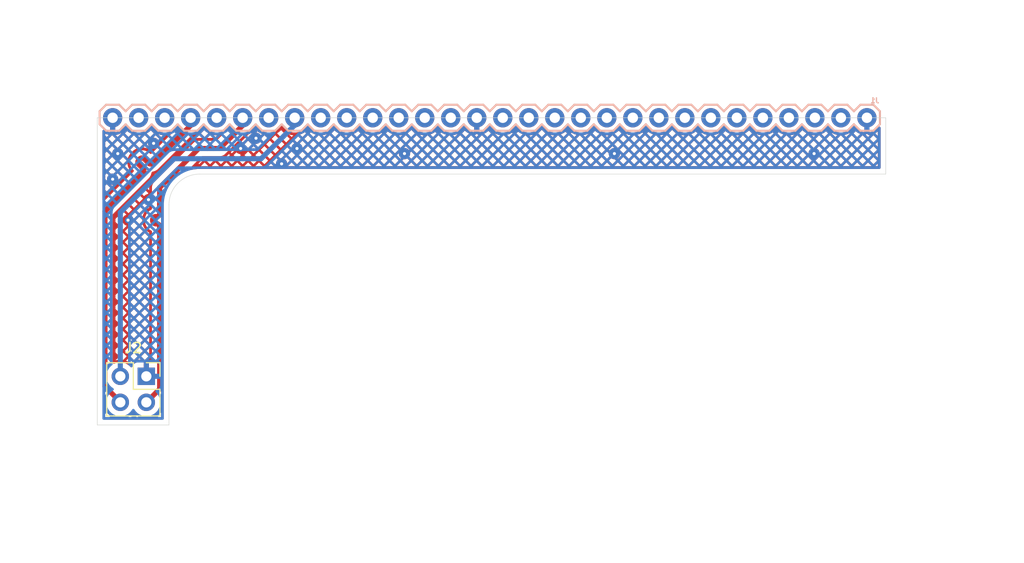
<source format=kicad_pcb>
(kicad_pcb (version 20241229) (generator "pcbnew") (generator_version "9.0")
  (layers (0 "F.Cu" signal) (2 "B.Cu" signal) (13 "F.Paste" user) (15 "B.Paste" user) (5 "F.SilkS" user "F.Silkscreen") (7 "B.SilkS" user "B.Silkscreen") (1 "F.Mask" user) (3 "B.Mask" user) (25 "Edge.Cuts" user))
  (net 0 "")
  (net 4 "GND")
  (net 5 "D+")
  (net 6 "5V")
  (net 7 "D-")
  (footprint "Connector_PinSocket_2.54mm:PinSocket_2x02_P2.54mm_Vertical" (layer "F.Cu") (at 54.29 106.75)
    (property "Reference" "J2" (at -1.27 -2.77 0) (layer "F.SilkS"))
    (property "Value" "Conn_01x04_Pin")
    (fp_line (start -3.87 -1.33) (end -3.87 3.87) (stroke (width 0.12)) (layer "F.SilkS"))
    (fp_line (start -3.87 -1.33) (end -1.27 -1.33) (stroke (width 0.12)) (layer "F.SilkS"))
    (fp_line (start -3.87 3.87) (end 1.33 3.87) (stroke (width 0.12)) (layer "F.SilkS"))
    (fp_line (start -1.27 -1.33) (end -1.27 1.27) (stroke (width 0.12)) (layer "F.SilkS"))
    (fp_line (start -1.27 1.27) (end 1.33 1.27) (stroke (width 0.12)) (layer "F.SilkS"))
    (fp_line (start 0 -1.33) (end 1.33 -1.33) (stroke (width 0.12)) (layer "F.SilkS"))
    (fp_line (start 1.33 -1.33) (end 1.33 0) (stroke (width 0.12)) (layer "F.SilkS"))
    (fp_line (start 1.33 1.27) (end 1.33 3.87) (stroke (width 0.12)) (layer "F.SilkS"))
    (pad "1" thru_hole rect (at 0 0) (size 1.7 1.7) (drill 1) (layers "*.Cu" "*.Mask") (net 4 "GND"))
    (pad "2" thru_hole circle (at -2.54 0) (size 1.7 1.7) (drill 1) (layers "*.Cu" "*.Mask") (net 6 "5V"))
    (pad "3" thru_hole circle (at 0 2.54) (size 1.7 1.7) (drill 1) (layers "*.Cu" "*.Mask") (net 7 "D-"))
    (pad "4" thru_hole circle (at -2.54 2.54) (size 1.7 1.7) (drill 1) (layers "*.Cu" "*.Mask") (net 5 "D+"))
  )
  (footprint "SparkFun-Connectors:1X30" (layer "B.Cu") (at 124.66 81.5 180)
    (property "Reference" "J1" (at -1.27 1.397 0) (layer "B.SilkS") (effects (font (size 0.48768 0.48768) (thickness 0.12192)) (justify left bottom mirror)))
    (property "Value" "Conn_01x30_MountingPin")
    (fp_line (start 74.93 0.635) (end 74.93 -0.635) (stroke (width 0.2032)) (layer "B.SilkS"))
    (fp_line (start 74.93 -0.635) (end 74.295 -1.27) (stroke (width 0.2032)) (layer "B.SilkS"))
    (fp_line (start 74.295 1.27) (end 74.93 0.635) (stroke (width 0.2032)) (layer "B.SilkS"))
    (fp_line (start 74.295 -1.27) (end 73.025 -1.27) (stroke (width 0.2032)) (layer "B.SilkS"))
    (fp_line (start 73.025 1.27) (end 74.295 1.27) (stroke (width 0.2032)) (layer "B.SilkS"))
    (fp_line (start 73.025 1.27) (end 72.39 0.635) (stroke (width 0.2032)) (layer "B.SilkS"))
    (fp_line (start 72.39 -0.635) (end 73.025 -1.27) (stroke (width 0.2032)) (layer "B.SilkS"))
    (fp_line (start 72.39 -0.635) (end 71.755 -1.27) (stroke (width 0.2032)) (layer "B.SilkS"))
    (fp_line (start 71.755 1.27) (end 72.39 0.635) (stroke (width 0.2032)) (layer "B.SilkS"))
    (fp_line (start 71.755 -1.27) (end 70.485 -1.27) (stroke (width 0.2032)) (layer "B.SilkS"))
    (fp_line (start 70.485 1.27) (end 71.755 1.27) (stroke (width 0.2032)) (layer "B.SilkS"))
    (fp_line (start 70.485 1.27) (end 69.85 0.635) (stroke (width 0.2032)) (layer "B.SilkS"))
    (fp_line (start 69.85 -0.635) (end 70.485 -1.27) (stroke (width 0.2032)) (layer "B.SilkS"))
    (fp_line (start 69.85 -0.635) (end 69.215 -1.27) (stroke (width 0.2032)) (layer "B.SilkS"))
    (fp_line (start 69.215 1.27) (end 69.85 0.635) (stroke (width 0.2032)) (layer "B.SilkS"))
    (fp_line (start 69.215 -1.27) (end 67.945 -1.27) (stroke (width 0.2032)) (layer "B.SilkS"))
    (fp_line (start 67.945 1.27) (end 69.215 1.27) (stroke (width 0.2032)) (layer "B.SilkS"))
    (fp_line (start 67.31 0.635) (end 67.945 1.27) (stroke (width 0.2032)) (layer "B.SilkS"))
    (fp_line (start 67.31 -0.635) (end 67.945 -1.27) (stroke (width 0.2032)) (layer "B.SilkS"))
    (fp_line (start 67.31 -0.635) (end 66.675 -1.27) (stroke (width 0.2032)) (layer "B.SilkS"))
    (fp_line (start 66.675 1.27) (end 67.31 0.635) (stroke (width 0.2032)) (layer "B.SilkS"))
    (fp_line (start 66.675 -1.27) (end 65.405 -1.27) (stroke (width 0.2032)) (layer "B.SilkS"))
    (fp_line (start 65.405 1.27) (end 66.675 1.27) (stroke (width 0.2032)) (layer "B.SilkS"))
    (fp_line (start 65.405 1.27) (end 64.77 0.635) (stroke (width 0.2032)) (layer "B.SilkS"))
    (fp_line (start 64.77 -0.635) (end 65.405 -1.27) (stroke (width 0.2032)) (layer "B.SilkS"))
    (fp_line (start 64.77 -0.635) (end 64.135 -1.27) (stroke (width 0.2032)) (layer "B.SilkS"))
    (fp_line (start 64.135 1.27) (end 64.77 0.635) (stroke (width 0.2032)) (layer "B.SilkS"))
    (fp_line (start 64.135 -1.27) (end 62.865 -1.27) (stroke (width 0.2032)) (layer "B.SilkS"))
    (fp_line (start 62.865 1.27) (end 64.135 1.27) (stroke (width 0.2032)) (layer "B.SilkS"))
    (fp_line (start 62.23 0.635) (end 62.865 1.27) (stroke (width 0.2032)) (layer "B.SilkS"))
    (fp_line (start 62.23 -0.635) (end 62.865 -1.27) (stroke (width 0.2032)) (layer "B.SilkS"))
    (fp_line (start 62.23 -0.635) (end 61.595 -1.27) (stroke (width 0.2032)) (layer "B.SilkS"))
    (fp_line (start 61.595 1.27) (end 62.23 0.635) (stroke (width 0.2032)) (layer "B.SilkS"))
    (fp_line (start 61.595 -1.27) (end 60.325 -1.27) (stroke (width 0.2032)) (layer "B.SilkS"))
    (fp_line (start 60.325 1.27) (end 61.595 1.27) (stroke (width 0.2032)) (layer "B.SilkS"))
    (fp_line (start 60.325 1.27) (end 59.69 0.635) (stroke (width 0.2032)) (layer "B.SilkS"))
    (fp_line (start 59.69 -0.635) (end 60.325 -1.27) (stroke (width 0.2032)) (layer "B.SilkS"))
    (fp_line (start 59.69 -0.635) (end 59.055 -1.27) (stroke (width 0.2032)) (layer "B.SilkS"))
    (fp_line (start 59.055 1.27) (end 59.69 0.635) (stroke (width 0.2032)) (layer "B.SilkS"))
    (fp_line (start 59.055 -1.27) (end 57.785 -1.27) (stroke (width 0.2032)) (layer "B.SilkS"))
    (fp_line (start 57.785 1.27) (end 59.055 1.27) (stroke (width 0.2032)) (layer "B.SilkS"))
    (fp_line (start 57.15 0.635) (end 57.785 1.27) (stroke (width 0.2032)) (layer "B.SilkS"))
    (fp_line (start 57.15 -0.635) (end 57.785 -1.27) (stroke (width 0.2032)) (layer "B.SilkS"))
    (fp_line (start 57.15 -0.635) (end 56.515 -1.27) (stroke (width 0.2032)) (layer "B.SilkS"))
    (fp_line (start 56.515 1.27) (end 57.15 0.635) (stroke (width 0.2032)) (layer "B.SilkS"))
    (fp_line (start 56.515 -1.27) (end 55.245 -1.27) (stroke (width 0.2032)) (layer "B.SilkS"))
    (fp_line (start 55.245 1.27) (end 56.515 1.27) (stroke (width 0.2032)) (layer "B.SilkS"))
    (fp_line (start 55.245 1.27) (end 54.61 0.635) (stroke (width 0.2032)) (layer "B.SilkS"))
    (fp_line (start 54.61 -0.635) (end 55.245 -1.27) (stroke (width 0.2032)) (layer "B.SilkS"))
    (fp_line (start 54.61 -0.635) (end 53.975 -1.27) (stroke (width 0.2032)) (layer "B.SilkS"))
    (fp_line (start 53.975 1.27) (end 54.61 0.635) (stroke (width 0.2032)) (layer "B.SilkS"))
    (fp_line (start 53.975 -1.27) (end 52.705 -1.27) (stroke (width 0.2032)) (layer "B.SilkS"))
    (fp_line (start 52.705 1.27) (end 53.975 1.27) (stroke (width 0.2032)) (layer "B.SilkS"))
    (fp_line (start 52.705 1.27) (end 52.07 0.635) (stroke (width 0.2032)) (layer "B.SilkS"))
    (fp_line (start 52.07 -0.635) (end 52.705 -1.27) (stroke (width 0.2032)) (layer "B.SilkS"))
    (fp_line (start 52.07 -0.635) (end 51.435 -1.27) (stroke (width 0.2032)) (layer "B.SilkS"))
    (fp_line (start 51.435 1.27) (end 52.07 0.635) (stroke (width 0.2032)) (layer "B.SilkS"))
    (fp_line (start 51.435 -1.27) (end 50.165 -1.27) (stroke (width 0.2032)) (layer "B.SilkS"))
    (fp_line (start 50.165 1.27) (end 51.435 1.27) (stroke (width 0.2032)) (layer "B.SilkS"))
    (fp_line (start 50.165 1.27) (end 49.53 0.635) (stroke (width 0.2032)) (layer "B.SilkS"))
    (fp_line (start 49.53 -0.635) (end 50.165 -1.27) (stroke (width 0.2032)) (layer "B.SilkS"))
    (fp_line (start 49.53 -0.635) (end 48.895 -1.27) (stroke (width 0.2032)) (layer "B.SilkS"))
    (fp_line (start 48.895 1.27) (end 49.53 0.635) (stroke (width 0.2032)) (layer "B.SilkS"))
    (fp_line (start 48.895 -1.27) (end 47.625 -1.27) (stroke (width 0.2032)) (layer "B.SilkS"))
    (fp_line (start 47.625 1.27) (end 48.895 1.27) (stroke (width 0.2032)) (layer "B.SilkS"))
    (fp_line (start 47.625 1.27) (end 46.99 0.635) (stroke (width 0.2032)) (layer "B.SilkS"))
    (fp_line (start 46.99 -0.635) (end 47.625 -1.27) (stroke (width 0.2032)) (layer "B.SilkS"))
    (fp_line (start 46.99 -0.635) (end 46.355 -1.27) (stroke (width 0.2032)) (layer "B.SilkS"))
    (fp_line (start 46.355 1.27) (end 46.99 0.635) (stroke (width 0.2032)) (layer "B.SilkS"))
    (fp_line (start 46.355 -1.27) (end 45.085 -1.27) (stroke (width 0.2032)) (layer "B.SilkS"))
    (fp_line (start 45.085 1.27) (end 46.355 1.27) (stroke (width 0.2032)) (layer "B.SilkS"))
    (fp_line (start 45.085 1.27) (end 44.45 0.635) (stroke (width 0.2032)) (layer "B.SilkS"))
    (fp_line (start 44.45 -0.635) (end 45.085 -1.27) (stroke (width 0.2032)) (layer "B.SilkS"))
    (fp_line (start 44.45 -0.635) (end 43.815 -1.27) (stroke (width 0.2032)) (layer "B.SilkS"))
    (fp_line (start 43.815 1.27) (end 44.45 0.635) (stroke (width 0.2032)) (layer "B.SilkS"))
    (fp_line (start 43.815 -1.27) (end 42.545 -1.27) (stroke (width 0.2032)) (layer "B.SilkS"))
    (fp_line (start 42.545 1.27) (end 43.815 1.27) (stroke (width 0.2032)) (layer "B.SilkS"))
    (fp_line (start 42.545 1.27) (end 41.91 0.635) (stroke (width 0.2032)) (layer "B.SilkS"))
    (fp_line (start 41.91 -0.635) (end 42.545 -1.27) (stroke (width 0.2032)) (layer "B.SilkS"))
    (fp_line (start 41.91 -0.635) (end 41.275 -1.27) (stroke (width 0.2032)) (layer "B.SilkS"))
    (fp_line (start 41.275 1.27) (end 41.91 0.635) (stroke (width 0.2032)) (layer "B.SilkS"))
    (fp_line (start 41.275 -1.27) (end 40.005 -1.27) (stroke (width 0.2032)) (layer "B.SilkS"))
    (fp_line (start 40.005 1.27) (end 41.275 1.27) (stroke (width 0.2032)) (layer "B.SilkS"))
    (fp_line (start 40.005 1.27) (end 39.37 0.635) (stroke (width 0.2032)) (layer "B.SilkS"))
    (fp_line (start 39.37 -0.635) (end 40.005 -1.27) (stroke (width 0.2032)) (layer "B.SilkS"))
    (fp_line (start 39.37 -0.635) (end 38.735 -1.27) (stroke (width 0.2032)) (layer "B.SilkS"))
    (fp_line (start 38.735 1.27) (end 39.37 0.635) (stroke (width 0.2032)) (layer "B.SilkS"))
    (fp_line (start 38.735 -1.27) (end 37.465 -1.27) (stroke (width 0.2032)) (layer "B.SilkS"))
    (fp_line (start 37.465 1.27) (end 38.735 1.27) (stroke (width 0.2032)) (layer "B.SilkS"))
    (fp_line (start 37.465 1.27) (end 36.83 0.635) (stroke (width 0.2032)) (layer "B.SilkS"))
    (fp_line (start 36.83 -0.635) (end 37.465 -1.27) (stroke (width 0.2032)) (layer "B.SilkS"))
    (fp_line (start 36.83 -0.635) (end 36.195 -1.27) (stroke (width 0.2032)) (layer "B.SilkS"))
    (fp_line (start 36.195 1.27) (end 36.83 0.635) (stroke (width 0.2032)) (layer "B.SilkS"))
    (fp_line (start 36.195 -1.27) (end 34.925 -1.27) (stroke (width 0.2032)) (layer "B.SilkS"))
    (fp_line (start 34.925 1.27) (end 36.195 1.27) (stroke (width 0.2032)) (layer "B.SilkS"))
    (fp_line (start 34.925 1.27) (end 34.29 0.635) (stroke (width 0.2032)) (layer "B.SilkS"))
    (fp_line (start 34.29 -0.635) (end 34.925 -1.27) (stroke (width 0.2032)) (layer "B.SilkS"))
    (fp_line (start 34.29 -0.635) (end 33.655 -1.27) (stroke (width 0.2032)) (layer "B.SilkS"))
    (fp_line (start 33.655 1.27) (end 34.29 0.635) (stroke (width 0.2032)) (layer "B.SilkS"))
    (fp_line (start 33.655 -1.27) (end 32.385 -1.27) (stroke (width 0.2032)) (layer "B.SilkS"))
    (fp_line (start 32.385 1.27) (end 33.655 1.27) (stroke (width 0.2032)) (layer "B.SilkS"))
    (fp_line (start 32.385 1.27) (end 31.75 0.635) (stroke (width 0.2032)) (layer "B.SilkS"))
    (fp_line (start 31.75 -0.635) (end 32.385 -1.27) (stroke (width 0.2032)) (layer "B.SilkS"))
    (fp_line (start 31.75 -0.635) (end 31.115 -1.27) (stroke (width 0.2032)) (layer "B.SilkS"))
    (fp_line (start 31.115 1.27) (end 31.75 0.635) (stroke (width 0.2032)) (layer "B.SilkS"))
    (fp_line (start 31.115 -1.27) (end 29.845 -1.27) (stroke (width 0.2032)) (layer "B.SilkS"))
    (fp_line (start 29.845 1.27) (end 31.115 1.27) (stroke (width 0.2032)) (layer "B.SilkS"))
    (fp_line (start 29.845 -1.27) (end 29.21 -0.635) (stroke (width 0.2032)) (layer "B.SilkS"))
    (fp_line (start 29.21 0.635) (end 29.845 1.27) (stroke (width 0.2032)) (layer "B.SilkS"))
    (fp_line (start 29.21 -0.635) (end 28.575 -1.27) (stroke (width 0.2032)) (layer "B.SilkS"))
    (fp_line (start 28.575 1.27) (end 29.21 0.635) (stroke (width 0.2032)) (layer "B.SilkS"))
    (fp_line (start 28.575 -1.27) (end 27.305 -1.27) (stroke (width 0.2032)) (layer "B.SilkS"))
    (fp_line (start 27.305 1.27) (end 28.575 1.27) (stroke (width 0.2032)) (layer "B.SilkS"))
    (fp_line (start 27.305 -1.27) (end 26.67 -0.635) (stroke (width 0.2032)) (layer "B.SilkS"))
    (fp_line (start 26.67 0.635) (end 27.305 1.27) (stroke (width 0.2032)) (layer "B.SilkS"))
    (fp_line (start 26.67 -0.635) (end 26.035 -1.27) (stroke (width 0.2032)) (layer "B.SilkS"))
    (fp_line (start 26.035 1.27) (end 26.67 0.635) (stroke (width 0.2032)) (layer "B.SilkS"))
    (fp_line (start 26.035 -1.27) (end 24.765 -1.27) (stroke (width 0.2032)) (layer "B.SilkS"))
    (fp_line (start 24.765 1.27) (end 26.035 1.27) (stroke (width 0.2032)) (layer "B.SilkS"))
    (fp_line (start 24.765 1.27) (end 24.13 0.635) (stroke (width 0.2032)) (layer "B.SilkS"))
    (fp_line (start 24.13 -0.635) (end 24.765 -1.27) (stroke (width 0.2032)) (layer "B.SilkS"))
    (fp_line (start 24.13 -0.635) (end 23.495 -1.27) (stroke (width 0.2032)) (layer "B.SilkS"))
    (fp_line (start 23.495 1.27) (end 24.13 0.635) (stroke (width 0.2032)) (layer "B.SilkS"))
    (fp_line (start 23.495 -1.27) (end 22.225 -1.27) (stroke (width 0.2032)) (layer "B.SilkS"))
    (fp_line (start 22.225 1.27) (end 23.495 1.27) (stroke (width 0.2032)) (layer "B.SilkS"))
    (fp_line (start 22.225 -1.27) (end 21.59 -0.635) (stroke (width 0.2032)) (layer "B.SilkS"))
    (fp_line (start 21.59 0.635) (end 22.225 1.27) (stroke (width 0.2032)) (layer "B.SilkS"))
    (fp_line (start 21.59 -0.635) (end 20.955 -1.27) (stroke (width 0.2032)) (layer "B.SilkS"))
    (fp_line (start 20.955 1.27) (end 21.59 0.635) (stroke (width 0.2032)) (layer "B.SilkS"))
    (fp_line (start 20.955 -1.27) (end 19.685 -1.27) (stroke (width 0.2032)) (layer "B.SilkS"))
    (fp_line (start 19.685 1.27) (end 20.955 1.27) (stroke (width 0.2032)) (layer "B.SilkS"))
    (fp_line (start 19.685 -1.27) (end 19.05 -0.635) (stroke (width 0.2032)) (layer "B.SilkS"))
    (fp_line (start 19.05 0.635) (end 19.685 1.27) (stroke (width 0.2032)) (layer "B.SilkS"))
    (fp_line (start 19.05 -0.635) (end 18.415 -1.27) (stroke (width 0.2032)) (layer "B.SilkS"))
    (fp_line (start 18.415 1.27) (end 19.05 0.635) (stroke (width 0.2032)) (layer "B.SilkS"))
    (fp_line (start 18.415 -1.27) (end 17.145 -1.27) (stroke (width 0.2032)) (layer "B.SilkS"))
    (fp_line (start 17.145 1.27) (end 18.415 1.27) (stroke (width 0.2032)) (layer "B.SilkS"))
    (fp_line (start 17.145 1.27) (end 16.51 0.635) (stroke (width 0.2032)) (layer "B.SilkS"))
    (fp_line (start 16.51 -0.635) (end 17.145 -1.27) (stroke (width 0.2032)) (layer "B.SilkS"))
    (fp_line (start 16.51 -0.635) (end 15.875 -1.27) (stroke (width 0.2032)) (layer "B.SilkS"))
    (fp_line (start 15.875 1.27) (end 16.51 0.635) (stroke (width 0.2032)) (layer "B.SilkS"))
    (fp_line (start 15.875 -1.27) (end 14.605 -1.27) (stroke (width 0.2032)) (layer "B.SilkS"))
    (fp_line (start 14.605 1.27) (end 15.875 1.27) (stroke (width 0.2032)) (layer "B.SilkS"))
    (fp_line (start 14.605 1.27) (end 13.97 0.635) (stroke (width 0.2032)) (layer "B.SilkS"))
    (fp_line (start 13.97 -0.635) (end 14.605 -1.27) (stroke (width 0.2032)) (layer "B.SilkS"))
    (fp_line (start 13.97 -0.635) (end 13.335 -1.27) (stroke (width 0.2032)) (layer "B.SilkS"))
    (fp_line (start 13.335 1.27) (end 13.97 0.635) (stroke (width 0.2032)) (layer "B.SilkS"))
    (fp_line (start 13.335 -1.27) (end 12.065 -1.27) (stroke (width 0.2032)) (layer "B.SilkS"))
    (fp_line (start 12.065 1.27) (end 13.335 1.27) (stroke (width 0.2032)) (layer "B.SilkS"))
    (fp_line (start 12.065 -1.27) (end 11.43 -0.635) (stroke (width 0.2032)) (layer "B.SilkS"))
    (fp_line (start 11.43 0.635) (end 12.065 1.27) (stroke (width 0.2032)) (layer "B.SilkS"))
    (fp_line (start 11.43 -0.635) (end 10.795 -1.27) (stroke (width 0.2032)) (layer "B.SilkS"))
    (fp_line (start 10.795 1.27) (end 11.43 0.635) (stroke (width 0.2032)) (layer "B.SilkS"))
    (fp_line (start 10.795 -1.27) (end 9.525 -1.27) (stroke (width 0.2032)) (layer "B.SilkS"))
    (fp_line (start 9.525 1.27) (end 10.795 1.27) (stroke (width 0.2032)) (layer "B.SilkS"))
    (fp_line (start 9.525 -1.27) (end 8.89 -0.635) (stroke (width 0.2032)) (layer "B.SilkS"))
    (fp_line (start 8.89 0.635) (end 9.525 1.27) (stroke (width 0.2032)) (layer "B.SilkS"))
    (fp_line (start 8.89 -0.635) (end 8.255 -1.27) (stroke (width 0.2032)) (layer "B.SilkS"))
    (fp_line (start 8.255 1.27) (end 8.89 0.635) (stroke (width 0.2032)) (layer "B.SilkS"))
    (fp_line (start 8.255 -1.27) (end 6.985 -1.27) (stroke (width 0.2032)) (layer "B.SilkS"))
    (fp_line (start 6.985 1.27) (end 8.255 1.27) (stroke (width 0.2032)) (layer "B.SilkS"))
    (fp_line (start 6.985 1.27) (end 6.35 0.635) (stroke (width 0.2032)) (layer "B.SilkS"))
    (fp_line (start 6.35 -0.635) (end 6.985 -1.27) (stroke (width 0.2032)) (layer "B.SilkS"))
    (fp_line (start 6.35 -0.635) (end 5.715 -1.27) (stroke (width 0.2032)) (layer "B.SilkS"))
    (fp_line (start 5.715 1.27) (end 6.35 0.635) (stroke (width 0.2032)) (layer "B.SilkS"))
    (fp_line (start 5.715 -1.27) (end 4.445 -1.27) (stroke (width 0.2032)) (layer "B.SilkS"))
    (fp_line (start 4.445 1.27) (end 5.715 1.27) (stroke (width 0.2032)) (layer "B.SilkS"))
    (fp_line (start 4.445 -1.27) (end 3.81 -0.635) (stroke (width 0.2032)) (layer "B.SilkS"))
    (fp_line (start 3.81 0.635) (end 4.445 1.27) (stroke (width 0.2032)) (layer "B.SilkS"))
    (fp_line (start 3.81 -0.635) (end 3.175 -1.27) (stroke (width 0.2032)) (layer "B.SilkS"))
    (fp_line (start 3.175 1.27) (end 3.81 0.635) (stroke (width 0.2032)) (layer "B.SilkS"))
    (fp_line (start 3.175 -1.27) (end 1.905 -1.27) (stroke (width 0.2032)) (layer "B.SilkS"))
    (fp_line (start 1.905 1.27) (end 3.175 1.27) (stroke (width 0.2032)) (layer "B.SilkS"))
    (fp_line (start 1.905 -1.27) (end 1.27 -0.635) (stroke (width 0.2032)) (layer "B.SilkS"))
    (fp_line (start 1.27 0.635) (end 1.905 1.27) (stroke (width 0.2032)) (layer "B.SilkS"))
    (fp_line (start 1.27 -0.635) (end 0.635 -1.27) (stroke (width 0.2032)) (layer "B.SilkS"))
    (fp_line (start 0.635 1.27) (end 1.27 0.635) (stroke (width 0.2032)) (layer "B.SilkS"))
    (fp_line (start 0.635 -1.27) (end -0.635 -1.27) (stroke (width 0.2032)) (layer "B.SilkS"))
    (fp_line (start -0.635 1.27) (end 0.635 1.27) (stroke (width 0.2032)) (layer "B.SilkS"))
    (fp_line (start -0.635 1.27) (end -1.27 0.635) (stroke (width 0.2032)) (layer "B.SilkS"))
    (fp_line (start -1.27 0.635) (end -1.27 -0.635) (stroke (width 0.2032)) (layer "B.SilkS"))
    (fp_line (start -1.27 -0.635) (end -0.635 -1.27) (stroke (width 0.2032)) (layer "B.SilkS"))
    (pad "1" thru_hole circle (at 0 0 90) (size 1.8796 1.8796) (drill 1.016) (layers "*.Cu" "*.Mask") (net 4 "GND"))
    (pad "2" thru_hole circle (at 2.54 0 90) (size 1.8796 1.8796) (drill 1.016) (layers "*.Cu" "*.Mask"))
    (pad "3" thru_hole circle (at 5.08 0 90) (size 1.8796 1.8796) (drill 1.016) (layers "*.Cu" "*.Mask"))
    (pad "4" thru_hole circle (at 7.62 0 90) (size 1.8796 1.8796) (drill 1.016) (layers "*.Cu" "*.Mask"))
    (pad "5" thru_hole circle (at 10.16 0 90) (size 1.8796 1.8796) (drill 1.016) (layers "*.Cu" "*.Mask"))
    (pad "6" thru_hole circle (at 12.7 0 90) (size 1.8796 1.8796) (drill 1.016) (layers "*.Cu" "*.Mask"))
    (pad "7" thru_hole circle (at 15.24 0 90) (size 1.8796 1.8796) (drill 1.016) (layers "*.Cu" "*.Mask"))
    (pad "8" thru_hole circle (at 17.78 0 90) (size 1.8796 1.8796) (drill 1.016) (layers "*.Cu" "*.Mask"))
    (pad "9" thru_hole circle (at 20.32 0 90) (size 1.8796 1.8796) (drill 1.016) (layers "*.Cu" "*.Mask"))
    (pad "10" thru_hole circle (at 22.86 0 90) (size 1.8796 1.8796) (drill 1.016) (layers "*.Cu" "*.Mask"))
    (pad "11" thru_hole circle (at 25.4 0 90) (size 1.8796 1.8796) (drill 1.016) (layers "*.Cu" "*.Mask"))
    (pad "12" thru_hole circle (at 27.94 0 90) (size 1.8796 1.8796) (drill 1.016) (layers "*.Cu" "*.Mask"))
    (pad "13" thru_hole circle (at 30.48 0 90) (size 1.8796 1.8796) (drill 1.016) (layers "*.Cu" "*.Mask"))
    (pad "14" thru_hole circle (at 33.02 0 90) (size 1.8796 1.8796) (drill 1.016) (layers "*.Cu" "*.Mask"))
    (pad "15" thru_hole circle (at 35.56 0 90) (size 1.8796 1.8796) (drill 1.016) (layers "*.Cu" "*.Mask"))
    (pad "16" thru_hole circle (at 38.1 0 90) (size 1.8796 1.8796) (drill 1.016) (layers "*.Cu" "*.Mask") (net 4 "GND"))
    (pad "17" thru_hole circle (at 40.64 0 90) (size 1.8796 1.8796) (drill 1.016) (layers "*.Cu" "*.Mask"))
    (pad "18" thru_hole circle (at 43.18 0 90) (size 1.8796 1.8796) (drill 1.016) (layers "*.Cu" "*.Mask"))
    (pad "19" thru_hole circle (at 45.72 0 90) (size 1.8796 1.8796) (drill 1.016) (layers "*.Cu" "*.Mask"))
    (pad "20" thru_hole circle (at 48.26 0 90) (size 1.8796 1.8796) (drill 1.016) (layers "*.Cu" "*.Mask"))
    (pad "21" thru_hole circle (at 50.8 0 90) (size 1.8796 1.8796) (drill 1.016) (layers "*.Cu" "*.Mask"))
    (pad "22" thru_hole circle (at 53.34 0 90) (size 1.8796 1.8796) (drill 1.016) (layers "*.Cu" "*.Mask"))
    (pad "23" thru_hole circle (at 55.88 0 90) (size 1.8796 1.8796) (drill 1.016) (layers "*.Cu" "*.Mask") (net 6 "5V"))
    (pad "24" thru_hole circle (at 58.42 0 90) (size 1.8796 1.8796) (drill 1.016) (layers "*.Cu" "*.Mask"))
    (pad "25" thru_hole circle (at 60.96 0 90) (size 1.8796 1.8796) (drill 1.016) (layers "*.Cu" "*.Mask") (net 7 "D-"))
    (pad "26" thru_hole circle (at 63.5 0 90) (size 1.8796 1.8796) (drill 1.016) (layers "*.Cu" "*.Mask"))
    (pad "27" thru_hole circle (at 66.04 0 90) (size 1.8796 1.8796) (drill 1.016) (layers "*.Cu" "*.Mask") (net 5 "D+"))
    (pad "28" thru_hole circle (at 68.58 0 90) (size 1.8796 1.8796) (drill 1.016) (layers "*.Cu" "*.Mask"))
    (pad "29" thru_hole circle (at 71.12 0 90) (size 1.8796 1.8796) (drill 1.016) (layers "*.Cu" "*.Mask"))
    (pad "30" thru_hole circle (at 73.66 0 90) (size 1.8796 1.8796) (drill 1.016) (layers "*.Cu" "*.Mask") (net 4 "GND"))
  )
  (gr_arc (start 56.5 90) (mid 57.37868 87.87868) (end 59.5 87) (stroke (width 0.05)) (layer "Edge.Cuts"))
  (gr_line (start 59.5 87) (end 126.5 87) (stroke (width 0.05)) (layer "Edge.Cuts"))
  (gr_line (start 49.5 81.5) (end 49.5 111.5) (stroke (width 0.05)) (layer "Edge.Cuts"))
  (gr_line (start 126.5 87) (end 126.5 81.5) (stroke (width 0.05)) (layer "Edge.Cuts"))
  (gr_line (start 56.5 111.5) (end 56.5 90) (stroke (width 0.05)) (layer "Edge.Cuts"))
  (gr_line (start 126.5 81.5) (end 49.5 81.5) (stroke (width 0.05)) (layer "Edge.Cuts"))
  (gr_line (start 49.5 111.5) (end 56.5 111.5) (stroke (width 0.05)) (layer "Edge.Cuts"))
  (via (at 69 84.5) (size 0.6) (drill 0.3) (layers "F.Cu" "B.Cu") (net 4))
  (via (at 119.5 85) (size 0.6) (drill 0.3) (layers "F.Cu" "B.Cu") (net 4))
  (via (at 54.5 89.5) (size 0.6) (drill 0.3) (layers "F.Cu" "B.Cu") (net 4))
  (via (at 63.5 84.5) (size 0.6) (drill 0.3) (layers "F.Cu" "B.Cu") (net 4))
  (via (at 51.5 85) (size 0.6) (drill 0.3) (layers "F.Cu" "B.Cu") (net 4))
  (via (at 51 87.5) (size 0.6) (drill 0.3) (layers "F.Cu" "B.Cu") (net 4))
  (via (at 79.5 85) (size 0.6) (drill 0.3) (layers "F.Cu" "B.Cu") (net 4))
  (via (at 65 83.5) (size 0.6) (drill 0.3) (layers "F.Cu" "B.Cu") (net 4))
  (via (at 52.5 91.5) (size 0.6) (drill 0.3) (layers "F.Cu" "B.Cu") (net 4))
  (via (at 55 84) (size 0.6) (drill 0.3) (layers "F.Cu" "B.Cu") (net 4))
  (via (at 100 85) (size 0.6) (drill 0.3) (layers "F.Cu" "B.Cu") (net 4))
  (via (at 67.5 86) (size 0.6) (drill 0.3) (layers "F.Cu" "B.Cu") (net 4))
  (segment (start 55.638699 85.232301) (end 55.629233 85.241767) (width 0.5) (layer "F.Cu") (net 5))
  (segment (start 50.251 90.62) (end 50.251 107.751) (width 0.5) (layer "F.Cu") (net 5))
  (segment (start 53.656062 85.513166) (end 53.548581 85.620646) (width 0.5) (layer "F.Cu") (net 5))
  (segment (start 53.862066 87.008933) (end 53.709056 87.161944) (width 0.5) (layer "F.Cu") (net 5))
  (segment (start 55.629233 85.241767) (end 54.936869 85.934131) (width 0.5) (layer "F.Cu") (net 5))
  (segment (start 53.969545 86.901452) (end 53.862066 87.008933) (width 0.5) (layer "F.Cu") (net 5))
  (segment (start 53.548581 86.050567) (end 53.969545 86.471531) (width 0.5) (layer "F.Cu") (net 5))
  (segment (start 53.709056 87.161944) (end 50.251 90.62) (width 0.5) (layer "F.Cu") (net 5))
  (segment (start 51.75 109.25) (end 51.75 109.29) (width 0.5) (layer "F.Cu") (net 5))
  (segment (start 54.506948 85.934131) (end 54.085983 85.513166) (width 0.5) (layer "F.Cu") (net 5))
  (segment (start 50.251 107.751) (end 51.75 109.25) (width 0.5) (layer "F.Cu") (net 5))
  (segment (start 58.62 82.251) (end 55.638699 85.232301) (width 0.5) (layer "F.Cu") (net 5))
  (arc (start 53.969545 86.471531) (mid 54.058584 86.686492) (end 53.969545 86.901452) (width 0.5) (layer "F.Cu") (net 5))
  (arc (start 54.085983 85.513166) (mid 53.871023 85.424126) (end 53.656062 85.513166) (width 0.5) (layer "F.Cu") (net 5))
  (arc (start 53.548581 85.620646) (mid 53.459542 85.835606) (end 53.548581 86.050567) (width 0.5) (layer "F.Cu") (net 5))
  (arc (start 54.936869 85.934131) (mid 54.721908 86.023171) (end 54.506948 85.934131) (width 0.5) (layer "F.Cu") (net 5))
  (segment (start 51.75 90.75) (end 57 85.5) (width 0.5) (layer "B.Cu") (net 6))
  (segment (start 68.749 82.251) (end 68.78 82.251) (width 0.5) (layer "B.Cu") (net 6))
  (segment (start 65.5 85.5) (end 68.749 82.251) (width 0.5) (layer "B.Cu") (net 6))
  (segment (start 57 85.5) (end 65.5 85.5) (width 0.5) (layer "B.Cu") (net 6))
  (segment (start 51.75 106.75) (end 51.75 90.75) (width 0.5) (layer "B.Cu") (net 6))
  (segment (start 55.591 107.989) (end 54.29 109.29) (width 0.5) (layer "F.Cu") (net 7))
  (segment (start 55.19665 91.849587) (end 55.311 91.849587) (width 0.5) (layer "F.Cu") (net 7))
  (segment (start 55.591 90.036605) (end 55.591 90.869587) (width 0.5) (layer "F.Cu") (net 7))
  (segment (start 60.245054 84.5) (end 59.410636 84.5) (width 0.5) (layer "F.Cu") (net 7))
  (segment (start 55.311 91.149587) (end 55.19665 91.149587) (width 0.5) (layer "F.Cu") (net 7))
  (segment (start 55.591 92.269587) (end 55.591 92.876317) (width 0.5) (layer "F.Cu") (net 7))
  (segment (start 59.410636 84.5) (end 55.591 88.319636) (width 0.5) (layer "F.Cu") (net 7))
  (segment (start 61.451 84.5) (end 60.876101 84.5) (width 0.5) (layer "F.Cu") (net 7))
  (segment (start 55.591 88.319636) (end 55.591 89.904085) (width 0.5) (layer "F.Cu") (net 7))
  (segment (start 55.591 89.904085) (end 55.591 90.036605) (width 0.5) (layer "F.Cu") (net 7))
  (segment (start 55.591 92.129587) (end 55.591 92.269587) (width 0.5) (layer "F.Cu") (net 7))
  (segment (start 55.591 92.876317) (end 55.591 107.989) (width 0.5) (layer "F.Cu") (net 7))
  (segment (start 54.91665 91.429587) (end 54.91665 91.569587) (width 0.5) (layer "F.Cu") (net 7))
  (segment (start 60.876101 84.5) (end 60.245054 84.5) (width 0.5) (layer "F.Cu") (net 7))
  (segment (start 63.7 82.251) (end 61.451 84.5) (width 0.5) (layer "F.Cu") (net 7))
  (arc (start 55.591 90.869587) (mid 55.50899 91.067577) (end 55.311 91.149587) (width 0.5) (layer "F.Cu") (net 7))
  (arc (start 54.91665 91.569587) (mid 54.99866 91.767577) (end 55.19665 91.849587) (width 0.5) (layer "F.Cu") (net 7))
  (arc (start 55.19665 91.149587) (mid 54.99866 91.231597) (end 54.91665 91.429587) (width 0.5) (layer "F.Cu") (net 7))
  (arc (start 55.311 91.849587) (mid 55.50899 91.931597) (end 55.591 92.129587) (width 0.5) (layer "F.Cu") (net 7))
  (zone (net 4) (net_name "GND") (layers "F.Cu" "B.Cu") (connect_pads (clearance 0.5)) (min_thickness 0.25) (fill yes (mode hatch) (thermal_gap 0.5) (thermal_bridge_width 0.5) (hatch_thickness 0.25) (hatch_gap 0.5) (hatch_orientation 45) (hatch_border_algorithm hatch_thickness) (hatch_min_hole_area 0.3))
    (polygon (pts (xy 40 70) (xy 40 125) (xy 140 125) (xy 140 70)))
  )
)
</source>
